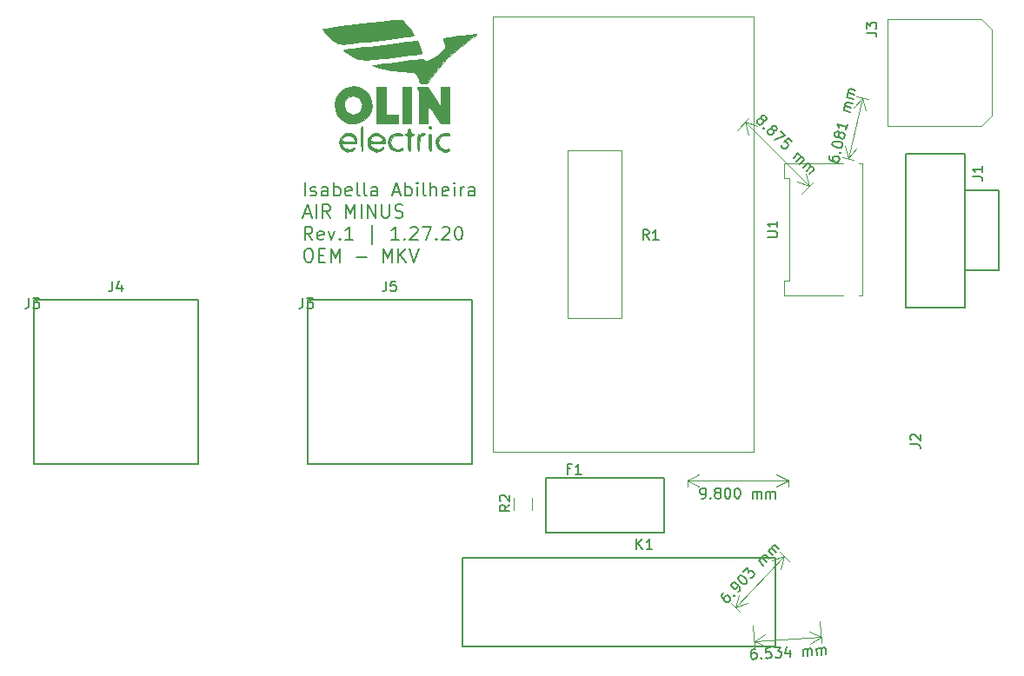
<source format=gto>
G04 #@! TF.GenerationSoftware,KiCad,Pcbnew,(5.1.4-0-10_14)*
G04 #@! TF.CreationDate,2020-02-02T19:29:52-05:00*
G04 #@! TF.ProjectId,AIR_MINUS,4149525f-4d49-44e5-9553-2e6b69636164,rev?*
G04 #@! TF.SameCoordinates,Original*
G04 #@! TF.FileFunction,Legend,Top*
G04 #@! TF.FilePolarity,Positive*
%FSLAX46Y46*%
G04 Gerber Fmt 4.6, Leading zero omitted, Abs format (unit mm)*
G04 Created by KiCad (PCBNEW (5.1.4-0-10_14)) date 2020-02-02 19:29:52*
%MOMM*%
%LPD*%
G04 APERTURE LIST*
%ADD10C,0.150000*%
%ADD11C,0.120000*%
%ADD12C,0.200000*%
%ADD13C,0.010000*%
G04 APERTURE END LIST*
D10*
X124116005Y-167878747D02*
X123984106Y-168016165D01*
X123952511Y-168117849D01*
X123953891Y-168185178D01*
X123991005Y-168352812D01*
X124095448Y-168519066D01*
X124370284Y-168782864D01*
X124471968Y-168814459D01*
X124539297Y-168813080D01*
X124639602Y-168777345D01*
X124771501Y-168639927D01*
X124803096Y-168538243D01*
X124801716Y-168470914D01*
X124765982Y-168370610D01*
X124594210Y-168205736D01*
X124492526Y-168174141D01*
X124425196Y-168175520D01*
X124324892Y-168211254D01*
X124192993Y-168348673D01*
X124161398Y-168450356D01*
X124162777Y-168517686D01*
X124198512Y-168617990D01*
X125131465Y-168127369D02*
X125198794Y-168125989D01*
X125200174Y-168193318D01*
X125132845Y-168194698D01*
X125131465Y-168127369D01*
X125200174Y-168193318D01*
X125562897Y-167815418D02*
X125694796Y-167678000D01*
X125726392Y-167576316D01*
X125725012Y-167508987D01*
X125687898Y-167341353D01*
X125583455Y-167175100D01*
X125308618Y-166911301D01*
X125206934Y-166879706D01*
X125139605Y-166881086D01*
X125039301Y-166916820D01*
X124907401Y-167054238D01*
X124875806Y-167155922D01*
X124877186Y-167223251D01*
X124912920Y-167323555D01*
X125084693Y-167488430D01*
X125186377Y-167520025D01*
X125253706Y-167518645D01*
X125354010Y-167482911D01*
X125485910Y-167345493D01*
X125517505Y-167243809D01*
X125516125Y-167176479D01*
X125480391Y-167076175D01*
X125599873Y-166332793D02*
X125665823Y-166264084D01*
X125766127Y-166228349D01*
X125833456Y-166226970D01*
X125935140Y-166258565D01*
X126105533Y-166356110D01*
X126277306Y-166520984D01*
X126381749Y-166687238D01*
X126417483Y-166787542D01*
X126418863Y-166854871D01*
X126387268Y-166956555D01*
X126321318Y-167025264D01*
X126221014Y-167060998D01*
X126153685Y-167062378D01*
X126052001Y-167030783D01*
X125881608Y-166933238D01*
X125709835Y-166768364D01*
X125605392Y-166602110D01*
X125569658Y-166501806D01*
X125568278Y-166434477D01*
X125599873Y-166332793D01*
X126061521Y-165851829D02*
X126490194Y-165405220D01*
X126534206Y-165909501D01*
X126633130Y-165806437D01*
X126733435Y-165770703D01*
X126800764Y-165769323D01*
X126902448Y-165800918D01*
X127074221Y-165965792D01*
X127109955Y-166066097D01*
X127111335Y-166133426D01*
X127079739Y-166235110D01*
X126881890Y-166441237D01*
X126781586Y-166476971D01*
X126714257Y-166478351D01*
X128036010Y-165238828D02*
X127555046Y-164777181D01*
X127623755Y-164843130D02*
X127622375Y-164775801D01*
X127653971Y-164674117D01*
X127752895Y-164571054D01*
X127853199Y-164535319D01*
X127954883Y-164566914D01*
X128332783Y-164929638D01*
X127954883Y-164566914D02*
X127919149Y-164466610D01*
X127950744Y-164364926D01*
X128049669Y-164261863D01*
X128149973Y-164226128D01*
X128251657Y-164257724D01*
X128629557Y-164620447D01*
X128959305Y-164276901D02*
X128478341Y-163815254D01*
X128547051Y-163881203D02*
X128545671Y-163813874D01*
X128577266Y-163712190D01*
X128676190Y-163609127D01*
X128776495Y-163573392D01*
X128878179Y-163604987D01*
X129256078Y-163967711D01*
X128878179Y-163604987D02*
X128842444Y-163504683D01*
X128874039Y-163402999D01*
X128972964Y-163299936D01*
X129073268Y-163264202D01*
X129174952Y-163295797D01*
X129552852Y-163658520D01*
D11*
X130026632Y-164345643D02*
X125246632Y-169325643D01*
X130500000Y-164800000D02*
X129603562Y-163939563D01*
X125720000Y-169780000D02*
X124823562Y-168919563D01*
X125246632Y-169325643D02*
X125603633Y-168106853D01*
X125246632Y-169325643D02*
X126449774Y-168919012D01*
X130026632Y-164345643D02*
X128823490Y-164752274D01*
X130026632Y-164345643D02*
X129669631Y-165564433D01*
D10*
X121950412Y-158711023D02*
X122140888Y-158710828D01*
X122236078Y-158663112D01*
X122283648Y-158615444D01*
X122378741Y-158472490D01*
X122426165Y-158281965D01*
X122425777Y-157901013D01*
X122378060Y-157805824D01*
X122330393Y-157758253D01*
X122235106Y-157710732D01*
X122044630Y-157710926D01*
X121949441Y-157758642D01*
X121901870Y-157806310D01*
X121854348Y-157901596D01*
X121854591Y-158139691D01*
X121902307Y-158234881D01*
X121949975Y-158282451D01*
X122045262Y-158329973D01*
X122235738Y-158329779D01*
X122330927Y-158282063D01*
X122378498Y-158234395D01*
X122426020Y-158139108D01*
X122855077Y-158614861D02*
X122902744Y-158662432D01*
X122855174Y-158710099D01*
X122807506Y-158662529D01*
X122855077Y-158614861D01*
X122855174Y-158710099D01*
X123473638Y-158138039D02*
X123378351Y-158090518D01*
X123330684Y-158042947D01*
X123282968Y-157947758D01*
X123282919Y-157900139D01*
X123330441Y-157804852D01*
X123378011Y-157757184D01*
X123473201Y-157709468D01*
X123663677Y-157709274D01*
X123758963Y-157756796D01*
X123806631Y-157804366D01*
X123854347Y-157899556D01*
X123854396Y-157947175D01*
X123806874Y-158042461D01*
X123759304Y-158090129D01*
X123664114Y-158137845D01*
X123473638Y-158138039D01*
X123378449Y-158185756D01*
X123330878Y-158233423D01*
X123283356Y-158328710D01*
X123283551Y-158519186D01*
X123331267Y-158614375D01*
X123378934Y-158661946D01*
X123474221Y-158709468D01*
X123664697Y-158709273D01*
X123759887Y-158661557D01*
X123807457Y-158613889D01*
X123854979Y-158518603D01*
X123854785Y-158328127D01*
X123807068Y-158232937D01*
X123759401Y-158185367D01*
X123664114Y-158137845D01*
X124473200Y-157708448D02*
X124568438Y-157708351D01*
X124663725Y-157755872D01*
X124711392Y-157803443D01*
X124759109Y-157898632D01*
X124806922Y-158089060D01*
X124807165Y-158327155D01*
X124759740Y-158517680D01*
X124712219Y-158612966D01*
X124664648Y-158660634D01*
X124569459Y-158708350D01*
X124474221Y-158708447D01*
X124378934Y-158660925D01*
X124331266Y-158613355D01*
X124283550Y-158518165D01*
X124235737Y-158327738D01*
X124235494Y-158089643D01*
X124282918Y-157899118D01*
X124330440Y-157803832D01*
X124378011Y-157756164D01*
X124473200Y-157708448D01*
X125425581Y-157707476D02*
X125520819Y-157707379D01*
X125616105Y-157754901D01*
X125663773Y-157802471D01*
X125711489Y-157897660D01*
X125759303Y-158088088D01*
X125759546Y-158326183D01*
X125712121Y-158516708D01*
X125664599Y-158611994D01*
X125617029Y-158659662D01*
X125521839Y-158707378D01*
X125426601Y-158707475D01*
X125331314Y-158659954D01*
X125283647Y-158612383D01*
X125235931Y-158517194D01*
X125188117Y-158326766D01*
X125187874Y-158088671D01*
X125235299Y-157898146D01*
X125282821Y-157802860D01*
X125330391Y-157755192D01*
X125425581Y-157707476D01*
X126950410Y-158705920D02*
X126949730Y-158039254D01*
X126949827Y-158134492D02*
X126997397Y-158086825D01*
X127092587Y-158039108D01*
X127235444Y-158038963D01*
X127330730Y-158086484D01*
X127378447Y-158181674D01*
X127378981Y-158705483D01*
X127378447Y-158181674D02*
X127425968Y-158086387D01*
X127521158Y-158038671D01*
X127664015Y-158038525D01*
X127759302Y-158086047D01*
X127807018Y-158181237D01*
X127807552Y-158705046D01*
X128283742Y-158704560D02*
X128283062Y-158037894D01*
X128283159Y-158133132D02*
X128330730Y-158085464D01*
X128425919Y-158037748D01*
X128568776Y-158037602D01*
X128664063Y-158085124D01*
X128711779Y-158180313D01*
X128712314Y-158704123D01*
X128711779Y-158180313D02*
X128759301Y-158085027D01*
X128854490Y-158037311D01*
X128997348Y-158037165D01*
X129092634Y-158084687D01*
X129140350Y-158179876D01*
X129140885Y-158703685D01*
D11*
X120620082Y-156989999D02*
X130420082Y-156979999D01*
X120620000Y-156910000D02*
X120620680Y-157576419D01*
X130420000Y-156900000D02*
X130420680Y-157566419D01*
X130420082Y-156979999D02*
X129294177Y-157567569D01*
X130420082Y-156979999D02*
X129292980Y-156394728D01*
X120620082Y-156989999D02*
X121747184Y-157575270D01*
X120620082Y-156989999D02*
X121745987Y-156402429D01*
D10*
X134452596Y-125318197D02*
X134409057Y-125503630D01*
X134433646Y-125607232D01*
X134469119Y-125664475D01*
X134586425Y-125789846D01*
X134760973Y-125879744D01*
X135131840Y-125966822D01*
X135235441Y-125942234D01*
X135292685Y-125906760D01*
X135360812Y-125824928D01*
X135404352Y-125639495D01*
X135379763Y-125535893D01*
X135344289Y-125478650D01*
X135262458Y-125410522D01*
X135030666Y-125356098D01*
X134927065Y-125380687D01*
X134869821Y-125416160D01*
X134801693Y-125497992D01*
X134758154Y-125683426D01*
X134782743Y-125787027D01*
X134818216Y-125844270D01*
X134900048Y-125912398D01*
X135453138Y-125015067D02*
X135510381Y-124979593D01*
X135545854Y-125036837D01*
X135488611Y-125072310D01*
X135453138Y-125015067D01*
X135545854Y-125036837D01*
X134724717Y-124159239D02*
X134746486Y-124066522D01*
X134814614Y-123984690D01*
X134871857Y-123949217D01*
X134975459Y-123924628D01*
X135171777Y-123921809D01*
X135403569Y-123976233D01*
X135578117Y-124066131D01*
X135659949Y-124134259D01*
X135695423Y-124191502D01*
X135720011Y-124295103D01*
X135698242Y-124387820D01*
X135630114Y-124469652D01*
X135572871Y-124505125D01*
X135469269Y-124529714D01*
X135272951Y-124532533D01*
X135041159Y-124478109D01*
X134866611Y-124388212D01*
X134784779Y-124320084D01*
X134749305Y-124262840D01*
X134724717Y-124159239D01*
X135348753Y-123376394D02*
X135280625Y-123458226D01*
X135223382Y-123493699D01*
X135119780Y-123518288D01*
X135073422Y-123507403D01*
X134991590Y-123439275D01*
X134956117Y-123382032D01*
X134931528Y-123278431D01*
X134975067Y-123092997D01*
X135043195Y-123011166D01*
X135100438Y-122975692D01*
X135204040Y-122951103D01*
X135250398Y-122961988D01*
X135332230Y-123030116D01*
X135367704Y-123087359D01*
X135392292Y-123190961D01*
X135348753Y-123376394D01*
X135373342Y-123479995D01*
X135408815Y-123537239D01*
X135490647Y-123605367D01*
X135676080Y-123648906D01*
X135779682Y-123624317D01*
X135836925Y-123588844D01*
X135905053Y-123507012D01*
X135948592Y-123321578D01*
X135924004Y-123217977D01*
X135888530Y-123160734D01*
X135806698Y-123092606D01*
X135621265Y-123049067D01*
X135517663Y-123073655D01*
X135460420Y-123109129D01*
X135392292Y-123190961D01*
X136209828Y-122208979D02*
X136079210Y-122765278D01*
X136144519Y-122487129D02*
X135170994Y-122258548D01*
X135288299Y-122383919D01*
X135359246Y-122498405D01*
X135383835Y-122602006D01*
X136481948Y-121050020D02*
X135832931Y-120897633D01*
X135925648Y-120919403D02*
X135890174Y-120862159D01*
X135865586Y-120758558D01*
X135898240Y-120619483D01*
X135966368Y-120537651D01*
X136069970Y-120513062D01*
X136579911Y-120632795D01*
X136069970Y-120513062D02*
X135988138Y-120444935D01*
X135963549Y-120341333D01*
X135996203Y-120202258D01*
X136064331Y-120120426D01*
X136167933Y-120095838D01*
X136677875Y-120215570D01*
X136786723Y-119751987D02*
X136137706Y-119599600D01*
X136230423Y-119621369D02*
X136194949Y-119564126D01*
X136170360Y-119460525D01*
X136203015Y-119321450D01*
X136271143Y-119239618D01*
X136374744Y-119215029D01*
X136884686Y-119334762D01*
X136374744Y-119215029D02*
X136292912Y-119146901D01*
X136268324Y-119043300D01*
X136300978Y-118904225D01*
X136369106Y-118822393D01*
X136472708Y-118797804D01*
X136982649Y-118917537D01*
D11*
X137646377Y-119667663D02*
X136256377Y-125587663D01*
X138210000Y-119800000D02*
X137075482Y-119533618D01*
X136820000Y-125720000D02*
X135685482Y-125453618D01*
X136256377Y-125587663D02*
X135942979Y-124356939D01*
X136256377Y-125587663D02*
X137084770Y-124625028D01*
X137646377Y-119667663D02*
X136817984Y-120630298D01*
X137646377Y-119667663D02*
X137959775Y-120898387D01*
D10*
X127835555Y-121717439D02*
X127800839Y-121616778D01*
X127800141Y-121549438D01*
X127832765Y-121448080D01*
X127866086Y-121414061D01*
X127966747Y-121379345D01*
X128034087Y-121378647D01*
X128135446Y-121411271D01*
X128271520Y-121544555D01*
X128306237Y-121645216D01*
X128306934Y-121712556D01*
X128274311Y-121813915D01*
X128240989Y-121847934D01*
X128140328Y-121882650D01*
X128072989Y-121883347D01*
X127971630Y-121850724D01*
X127835555Y-121717439D01*
X127734196Y-121684815D01*
X127666857Y-121685513D01*
X127566195Y-121720229D01*
X127432911Y-121856304D01*
X127400287Y-121957663D01*
X127400985Y-122025003D01*
X127435701Y-122125664D01*
X127571776Y-122258948D01*
X127673134Y-122291572D01*
X127740474Y-122290874D01*
X127841135Y-122256158D01*
X127974420Y-122120083D01*
X128007044Y-122018725D01*
X128006346Y-121951385D01*
X127971630Y-121850724D01*
X128080662Y-122624086D02*
X128081359Y-122691426D01*
X128014019Y-122692124D01*
X128013322Y-122624784D01*
X128080662Y-122624086D01*
X128014019Y-122692124D01*
X128856117Y-122717074D02*
X128821400Y-122616413D01*
X128820703Y-122549073D01*
X128853326Y-122447715D01*
X128886648Y-122413696D01*
X128987309Y-122378980D01*
X129054649Y-122378282D01*
X129156007Y-122410906D01*
X129292082Y-122544191D01*
X129326798Y-122644852D01*
X129327496Y-122712191D01*
X129294872Y-122813550D01*
X129261551Y-122847569D01*
X129160890Y-122882285D01*
X129093550Y-122882983D01*
X128992191Y-122850359D01*
X128856117Y-122717074D01*
X128754758Y-122684451D01*
X128687418Y-122685148D01*
X128586757Y-122719864D01*
X128453472Y-122855939D01*
X128420849Y-122957298D01*
X128421546Y-123024638D01*
X128456263Y-123125299D01*
X128592337Y-123258584D01*
X128693696Y-123291207D01*
X128761036Y-123290510D01*
X128861697Y-123255793D01*
X128994982Y-123119719D01*
X129027605Y-123018360D01*
X129026908Y-122951020D01*
X128992191Y-122850359D01*
X129666288Y-122910723D02*
X130142550Y-123377220D01*
X129136637Y-123791722D01*
X130754887Y-123977001D02*
X130414700Y-123643789D01*
X130047469Y-123950655D01*
X130114809Y-123949958D01*
X130216168Y-123982581D01*
X130386261Y-124149187D01*
X130420978Y-124249848D01*
X130421675Y-124317188D01*
X130389052Y-124418547D01*
X130222446Y-124588640D01*
X130121785Y-124623357D01*
X130054445Y-124624054D01*
X129953086Y-124591430D01*
X129782992Y-124424825D01*
X129748276Y-124324164D01*
X129747579Y-124256824D01*
X130939629Y-125557745D02*
X131406125Y-125081482D01*
X131339483Y-125149520D02*
X131406823Y-125148822D01*
X131508181Y-125181446D01*
X131610238Y-125281409D01*
X131644954Y-125382071D01*
X131612330Y-125483429D01*
X131245797Y-125857635D01*
X131612330Y-125483429D02*
X131712991Y-125448713D01*
X131814350Y-125481337D01*
X131916406Y-125581300D01*
X131951122Y-125681961D01*
X131918499Y-125783320D01*
X131551966Y-126157526D01*
X131892153Y-126490737D02*
X132358649Y-126014475D01*
X132292007Y-126082513D02*
X132359347Y-126081815D01*
X132460706Y-126114439D01*
X132562762Y-126214402D01*
X132597478Y-126315063D01*
X132564854Y-126416422D01*
X132198321Y-126790628D01*
X132564854Y-126416422D02*
X132665515Y-126381706D01*
X132766874Y-126414329D01*
X132868930Y-126514293D01*
X132903646Y-126614954D01*
X132871023Y-126716313D01*
X132504490Y-127090518D01*
D11*
X132516943Y-128247211D02*
X126176943Y-122037211D01*
X131760000Y-129020000D02*
X132927288Y-127828276D01*
X125420000Y-122810000D02*
X126587288Y-121618276D01*
X126176943Y-122037211D02*
X127392054Y-122406541D01*
X126176943Y-122037211D02*
X126571365Y-123244411D01*
X132516943Y-128247211D02*
X132122521Y-127040011D01*
X132516943Y-128247211D02*
X131301832Y-127877881D01*
D10*
X127233458Y-173352305D02*
X127043376Y-173364549D01*
X126951396Y-173418192D01*
X126906937Y-173468774D01*
X126821079Y-173617458D01*
X126785803Y-173810601D01*
X126810292Y-174190765D01*
X126863935Y-174282745D01*
X126914517Y-174327205D01*
X127012619Y-174368603D01*
X127202701Y-174356358D01*
X127294681Y-174302716D01*
X127339140Y-174252134D01*
X127380539Y-174154032D01*
X127365233Y-173916429D01*
X127311590Y-173824449D01*
X127261008Y-173779989D01*
X127162906Y-173738591D01*
X126972824Y-173750836D01*
X126880844Y-173804479D01*
X126836385Y-173855060D01*
X126794986Y-173953163D01*
X127814346Y-174221523D02*
X127864928Y-174265982D01*
X127820468Y-174316564D01*
X127769887Y-174272104D01*
X127814346Y-174221523D01*
X127820468Y-174316564D01*
X128706595Y-173257409D02*
X128231390Y-173288021D01*
X128214481Y-173766287D01*
X128258940Y-173715706D01*
X128350920Y-173662063D01*
X128588523Y-173646757D01*
X128686625Y-173688155D01*
X128737207Y-173732615D01*
X128790850Y-173824595D01*
X128806155Y-174062197D01*
X128764757Y-174160300D01*
X128720298Y-174210881D01*
X128628318Y-174264524D01*
X128390715Y-174279830D01*
X128292613Y-174238432D01*
X128242031Y-174193972D01*
X129086760Y-173232920D02*
X129704527Y-173193125D01*
X129396372Y-173594718D01*
X129538934Y-173585534D01*
X129637036Y-173626932D01*
X129687618Y-173671392D01*
X129741261Y-173763372D01*
X129756566Y-174000975D01*
X129715168Y-174099077D01*
X129670709Y-174149659D01*
X129578729Y-174203301D01*
X129293605Y-174221668D01*
X129195503Y-174180270D01*
X129144922Y-174135811D01*
X130581325Y-173470669D02*
X130624181Y-174135956D01*
X130319233Y-173105810D02*
X130127547Y-173833924D01*
X130745315Y-173794129D01*
X131907236Y-174053306D02*
X131864380Y-173388018D01*
X131870502Y-173483059D02*
X131914962Y-173432477D01*
X132006942Y-173378834D01*
X132149503Y-173369651D01*
X132247606Y-173411049D01*
X132301248Y-173503029D01*
X132334921Y-174025755D01*
X132301248Y-173503029D02*
X132342647Y-173404927D01*
X132434627Y-173351284D01*
X132577188Y-173342101D01*
X132675291Y-173383499D01*
X132728933Y-173475479D01*
X132762606Y-173998205D01*
X133237812Y-173967594D02*
X133194956Y-173302306D01*
X133201078Y-173397347D02*
X133245537Y-173346765D01*
X133337517Y-173293122D01*
X133480079Y-173283939D01*
X133578181Y-173325337D01*
X133631824Y-173417317D01*
X133665496Y-173940043D01*
X133631824Y-173417317D02*
X133673222Y-173319215D01*
X133765202Y-173265572D01*
X133907764Y-173256389D01*
X134005866Y-173297787D01*
X134059509Y-173389767D01*
X134093181Y-173912493D01*
D11*
X127110898Y-172636322D02*
X133630898Y-172216322D01*
X127010000Y-171070000D02*
X127148595Y-173221529D01*
X133530000Y-170650000D02*
X133668595Y-172801529D01*
X133630898Y-172216322D02*
X132544422Y-172873946D01*
X133630898Y-172216322D02*
X132469027Y-171703530D01*
X127110898Y-172636322D02*
X128272769Y-173149114D01*
X127110898Y-172636322D02*
X128197374Y-171978698D01*
D12*
X83349523Y-129223095D02*
X83349523Y-127923095D01*
X83906666Y-129161190D02*
X84030476Y-129223095D01*
X84278095Y-129223095D01*
X84401904Y-129161190D01*
X84463809Y-129037380D01*
X84463809Y-128975476D01*
X84401904Y-128851666D01*
X84278095Y-128789761D01*
X84092380Y-128789761D01*
X83968571Y-128727857D01*
X83906666Y-128604047D01*
X83906666Y-128542142D01*
X83968571Y-128418333D01*
X84092380Y-128356428D01*
X84278095Y-128356428D01*
X84401904Y-128418333D01*
X85578095Y-129223095D02*
X85578095Y-128542142D01*
X85516190Y-128418333D01*
X85392380Y-128356428D01*
X85144761Y-128356428D01*
X85020952Y-128418333D01*
X85578095Y-129161190D02*
X85454285Y-129223095D01*
X85144761Y-129223095D01*
X85020952Y-129161190D01*
X84959047Y-129037380D01*
X84959047Y-128913571D01*
X85020952Y-128789761D01*
X85144761Y-128727857D01*
X85454285Y-128727857D01*
X85578095Y-128665952D01*
X86197142Y-129223095D02*
X86197142Y-127923095D01*
X86197142Y-128418333D02*
X86320952Y-128356428D01*
X86568571Y-128356428D01*
X86692380Y-128418333D01*
X86754285Y-128480238D01*
X86816190Y-128604047D01*
X86816190Y-128975476D01*
X86754285Y-129099285D01*
X86692380Y-129161190D01*
X86568571Y-129223095D01*
X86320952Y-129223095D01*
X86197142Y-129161190D01*
X87868571Y-129161190D02*
X87744761Y-129223095D01*
X87497142Y-129223095D01*
X87373333Y-129161190D01*
X87311428Y-129037380D01*
X87311428Y-128542142D01*
X87373333Y-128418333D01*
X87497142Y-128356428D01*
X87744761Y-128356428D01*
X87868571Y-128418333D01*
X87930476Y-128542142D01*
X87930476Y-128665952D01*
X87311428Y-128789761D01*
X88673333Y-129223095D02*
X88549523Y-129161190D01*
X88487619Y-129037380D01*
X88487619Y-127923095D01*
X89354285Y-129223095D02*
X89230476Y-129161190D01*
X89168571Y-129037380D01*
X89168571Y-127923095D01*
X90406666Y-129223095D02*
X90406666Y-128542142D01*
X90344761Y-128418333D01*
X90220952Y-128356428D01*
X89973333Y-128356428D01*
X89849523Y-128418333D01*
X90406666Y-129161190D02*
X90282857Y-129223095D01*
X89973333Y-129223095D01*
X89849523Y-129161190D01*
X89787619Y-129037380D01*
X89787619Y-128913571D01*
X89849523Y-128789761D01*
X89973333Y-128727857D01*
X90282857Y-128727857D01*
X90406666Y-128665952D01*
X91954285Y-128851666D02*
X92573333Y-128851666D01*
X91830476Y-129223095D02*
X92263809Y-127923095D01*
X92697142Y-129223095D01*
X93130476Y-129223095D02*
X93130476Y-127923095D01*
X93130476Y-128418333D02*
X93254285Y-128356428D01*
X93501904Y-128356428D01*
X93625714Y-128418333D01*
X93687619Y-128480238D01*
X93749523Y-128604047D01*
X93749523Y-128975476D01*
X93687619Y-129099285D01*
X93625714Y-129161190D01*
X93501904Y-129223095D01*
X93254285Y-129223095D01*
X93130476Y-129161190D01*
X94306666Y-129223095D02*
X94306666Y-128356428D01*
X94306666Y-127923095D02*
X94244761Y-127985000D01*
X94306666Y-128046904D01*
X94368571Y-127985000D01*
X94306666Y-127923095D01*
X94306666Y-128046904D01*
X95111428Y-129223095D02*
X94987619Y-129161190D01*
X94925714Y-129037380D01*
X94925714Y-127923095D01*
X95606666Y-129223095D02*
X95606666Y-127923095D01*
X96163809Y-129223095D02*
X96163809Y-128542142D01*
X96101904Y-128418333D01*
X95978095Y-128356428D01*
X95792380Y-128356428D01*
X95668571Y-128418333D01*
X95606666Y-128480238D01*
X97278095Y-129161190D02*
X97154285Y-129223095D01*
X96906666Y-129223095D01*
X96782857Y-129161190D01*
X96720952Y-129037380D01*
X96720952Y-128542142D01*
X96782857Y-128418333D01*
X96906666Y-128356428D01*
X97154285Y-128356428D01*
X97278095Y-128418333D01*
X97340000Y-128542142D01*
X97340000Y-128665952D01*
X96720952Y-128789761D01*
X97897142Y-129223095D02*
X97897142Y-128356428D01*
X97897142Y-127923095D02*
X97835238Y-127985000D01*
X97897142Y-128046904D01*
X97959047Y-127985000D01*
X97897142Y-127923095D01*
X97897142Y-128046904D01*
X98516190Y-129223095D02*
X98516190Y-128356428D01*
X98516190Y-128604047D02*
X98578095Y-128480238D01*
X98640000Y-128418333D01*
X98763809Y-128356428D01*
X98887619Y-128356428D01*
X99878095Y-129223095D02*
X99878095Y-128542142D01*
X99816190Y-128418333D01*
X99692380Y-128356428D01*
X99444761Y-128356428D01*
X99320952Y-128418333D01*
X99878095Y-129161190D02*
X99754285Y-129223095D01*
X99444761Y-129223095D01*
X99320952Y-129161190D01*
X99259047Y-129037380D01*
X99259047Y-128913571D01*
X99320952Y-128789761D01*
X99444761Y-128727857D01*
X99754285Y-128727857D01*
X99878095Y-128665952D01*
X83287619Y-131001666D02*
X83906666Y-131001666D01*
X83163809Y-131373095D02*
X83597142Y-130073095D01*
X84030476Y-131373095D01*
X84463809Y-131373095D02*
X84463809Y-130073095D01*
X85825714Y-131373095D02*
X85392380Y-130754047D01*
X85082857Y-131373095D02*
X85082857Y-130073095D01*
X85578095Y-130073095D01*
X85701904Y-130135000D01*
X85763809Y-130196904D01*
X85825714Y-130320714D01*
X85825714Y-130506428D01*
X85763809Y-130630238D01*
X85701904Y-130692142D01*
X85578095Y-130754047D01*
X85082857Y-130754047D01*
X87373333Y-131373095D02*
X87373333Y-130073095D01*
X87806666Y-131001666D01*
X88240000Y-130073095D01*
X88240000Y-131373095D01*
X88859047Y-131373095D02*
X88859047Y-130073095D01*
X89478095Y-131373095D02*
X89478095Y-130073095D01*
X90220952Y-131373095D01*
X90220952Y-130073095D01*
X90840000Y-130073095D02*
X90840000Y-131125476D01*
X90901904Y-131249285D01*
X90963809Y-131311190D01*
X91087619Y-131373095D01*
X91335238Y-131373095D01*
X91459047Y-131311190D01*
X91520952Y-131249285D01*
X91582857Y-131125476D01*
X91582857Y-130073095D01*
X92140000Y-131311190D02*
X92325714Y-131373095D01*
X92635238Y-131373095D01*
X92759047Y-131311190D01*
X92820952Y-131249285D01*
X92882857Y-131125476D01*
X92882857Y-131001666D01*
X92820952Y-130877857D01*
X92759047Y-130815952D01*
X92635238Y-130754047D01*
X92387619Y-130692142D01*
X92263809Y-130630238D01*
X92201904Y-130568333D01*
X92140000Y-130444523D01*
X92140000Y-130320714D01*
X92201904Y-130196904D01*
X92263809Y-130135000D01*
X92387619Y-130073095D01*
X92697142Y-130073095D01*
X92882857Y-130135000D01*
X84092380Y-133523095D02*
X83659047Y-132904047D01*
X83349523Y-133523095D02*
X83349523Y-132223095D01*
X83844761Y-132223095D01*
X83968571Y-132285000D01*
X84030476Y-132346904D01*
X84092380Y-132470714D01*
X84092380Y-132656428D01*
X84030476Y-132780238D01*
X83968571Y-132842142D01*
X83844761Y-132904047D01*
X83349523Y-132904047D01*
X85144761Y-133461190D02*
X85020952Y-133523095D01*
X84773333Y-133523095D01*
X84649523Y-133461190D01*
X84587619Y-133337380D01*
X84587619Y-132842142D01*
X84649523Y-132718333D01*
X84773333Y-132656428D01*
X85020952Y-132656428D01*
X85144761Y-132718333D01*
X85206666Y-132842142D01*
X85206666Y-132965952D01*
X84587619Y-133089761D01*
X85640000Y-132656428D02*
X85949523Y-133523095D01*
X86259047Y-132656428D01*
X86754285Y-133399285D02*
X86816190Y-133461190D01*
X86754285Y-133523095D01*
X86692380Y-133461190D01*
X86754285Y-133399285D01*
X86754285Y-133523095D01*
X88054285Y-133523095D02*
X87311428Y-133523095D01*
X87682857Y-133523095D02*
X87682857Y-132223095D01*
X87559047Y-132408809D01*
X87435238Y-132532619D01*
X87311428Y-132594523D01*
X89911428Y-133956428D02*
X89911428Y-132099285D01*
X92511428Y-133523095D02*
X91768571Y-133523095D01*
X92140000Y-133523095D02*
X92140000Y-132223095D01*
X92016190Y-132408809D01*
X91892380Y-132532619D01*
X91768571Y-132594523D01*
X93068571Y-133399285D02*
X93130476Y-133461190D01*
X93068571Y-133523095D01*
X93006666Y-133461190D01*
X93068571Y-133399285D01*
X93068571Y-133523095D01*
X93625714Y-132346904D02*
X93687619Y-132285000D01*
X93811428Y-132223095D01*
X94120952Y-132223095D01*
X94244761Y-132285000D01*
X94306666Y-132346904D01*
X94368571Y-132470714D01*
X94368571Y-132594523D01*
X94306666Y-132780238D01*
X93563809Y-133523095D01*
X94368571Y-133523095D01*
X94801904Y-132223095D02*
X95668571Y-132223095D01*
X95111428Y-133523095D01*
X96163809Y-133399285D02*
X96225714Y-133461190D01*
X96163809Y-133523095D01*
X96101904Y-133461190D01*
X96163809Y-133399285D01*
X96163809Y-133523095D01*
X96720952Y-132346904D02*
X96782857Y-132285000D01*
X96906666Y-132223095D01*
X97216190Y-132223095D01*
X97340000Y-132285000D01*
X97401904Y-132346904D01*
X97463809Y-132470714D01*
X97463809Y-132594523D01*
X97401904Y-132780238D01*
X96659047Y-133523095D01*
X97463809Y-133523095D01*
X98268571Y-132223095D02*
X98392380Y-132223095D01*
X98516190Y-132285000D01*
X98578095Y-132346904D01*
X98640000Y-132470714D01*
X98701904Y-132718333D01*
X98701904Y-133027857D01*
X98640000Y-133275476D01*
X98578095Y-133399285D01*
X98516190Y-133461190D01*
X98392380Y-133523095D01*
X98268571Y-133523095D01*
X98144761Y-133461190D01*
X98082857Y-133399285D01*
X98020952Y-133275476D01*
X97959047Y-133027857D01*
X97959047Y-132718333D01*
X98020952Y-132470714D01*
X98082857Y-132346904D01*
X98144761Y-132285000D01*
X98268571Y-132223095D01*
X83597142Y-134373095D02*
X83844761Y-134373095D01*
X83968571Y-134435000D01*
X84092380Y-134558809D01*
X84154285Y-134806428D01*
X84154285Y-135239761D01*
X84092380Y-135487380D01*
X83968571Y-135611190D01*
X83844761Y-135673095D01*
X83597142Y-135673095D01*
X83473333Y-135611190D01*
X83349523Y-135487380D01*
X83287619Y-135239761D01*
X83287619Y-134806428D01*
X83349523Y-134558809D01*
X83473333Y-134435000D01*
X83597142Y-134373095D01*
X84711428Y-134992142D02*
X85144761Y-134992142D01*
X85330476Y-135673095D02*
X84711428Y-135673095D01*
X84711428Y-134373095D01*
X85330476Y-134373095D01*
X85887619Y-135673095D02*
X85887619Y-134373095D01*
X86320952Y-135301666D01*
X86754285Y-134373095D01*
X86754285Y-135673095D01*
X88363809Y-135177857D02*
X89354285Y-135177857D01*
X90963809Y-135673095D02*
X90963809Y-134373095D01*
X91397142Y-135301666D01*
X91830476Y-134373095D01*
X91830476Y-135673095D01*
X92449523Y-135673095D02*
X92449523Y-134373095D01*
X93192380Y-135673095D02*
X92635238Y-134930238D01*
X93192380Y-134373095D02*
X92449523Y-135115952D01*
X93563809Y-134373095D02*
X93997142Y-135673095D01*
X94430476Y-134373095D01*
D11*
X127070000Y-154172000D02*
X101670000Y-154172000D01*
X127070000Y-111772000D02*
X101670000Y-111772000D01*
X127070000Y-154172000D02*
X127070000Y-111772000D01*
X114170000Y-141102000D02*
X114170000Y-124802000D01*
X108970000Y-124802000D02*
X114170000Y-124802000D01*
X108970000Y-141102000D02*
X114170000Y-141102000D01*
X101670000Y-154172000D02*
X101670000Y-111772000D01*
X108970000Y-141102000D02*
X108970000Y-124802000D01*
D10*
X83610000Y-155360000D02*
X83610000Y-139360000D01*
X99610000Y-155360000D02*
X83610000Y-155360000D01*
X99610000Y-139360000D02*
X99610000Y-155360000D01*
X83610000Y-139360000D02*
X99610000Y-139360000D01*
X56950000Y-155360000D02*
X56950000Y-139360000D01*
X72950000Y-155360000D02*
X56950000Y-155360000D01*
X72950000Y-139360000D02*
X72950000Y-155360000D01*
X56950000Y-139360000D02*
X72950000Y-139360000D01*
D13*
G36*
X87652732Y-123102934D02*
G01*
X87998509Y-123217067D01*
X88251809Y-123436087D01*
X88381164Y-123728444D01*
X88391333Y-123843388D01*
X88391333Y-124092667D01*
X87671667Y-124092667D01*
X87275570Y-124104317D01*
X87036076Y-124145379D01*
X86941671Y-124225013D01*
X86980839Y-124352384D01*
X87129452Y-124524119D01*
X87361004Y-124645888D01*
X87677081Y-124666331D01*
X88024942Y-124583276D01*
X88073833Y-124562977D01*
X88195144Y-124548126D01*
X88222000Y-124629962D01*
X88143320Y-124744792D01*
X87930893Y-124842556D01*
X87904500Y-124850215D01*
X87644374Y-124916132D01*
X87473496Y-124926217D01*
X87318876Y-124873136D01*
X87147903Y-124774214D01*
X86869655Y-124546892D01*
X86729512Y-124266159D01*
X86698000Y-123962766D01*
X86725684Y-123767122D01*
X86952000Y-123767122D01*
X86970661Y-123847363D01*
X87049661Y-123894469D01*
X87223525Y-123916935D01*
X87526776Y-123923253D01*
X87587000Y-123923333D01*
X87890550Y-123918637D01*
X88115090Y-123906214D01*
X88219233Y-123888565D01*
X88222000Y-123884984D01*
X88190619Y-123788183D01*
X88122818Y-123628954D01*
X87961471Y-123438076D01*
X87725515Y-123339274D01*
X87460777Y-123327139D01*
X87213083Y-123396264D01*
X87028261Y-123541241D01*
X86952136Y-123756661D01*
X86952000Y-123767122D01*
X86725684Y-123767122D01*
X86732075Y-123721962D01*
X86856793Y-123506735D01*
X86996697Y-123353702D01*
X87193031Y-123174198D01*
X87351944Y-123095671D01*
X87546032Y-123090371D01*
X87652732Y-123102934D01*
X87652732Y-123102934D01*
G37*
X87652732Y-123102934D02*
X87998509Y-123217067D01*
X88251809Y-123436087D01*
X88381164Y-123728444D01*
X88391333Y-123843388D01*
X88391333Y-124092667D01*
X87671667Y-124092667D01*
X87275570Y-124104317D01*
X87036076Y-124145379D01*
X86941671Y-124225013D01*
X86980839Y-124352384D01*
X87129452Y-124524119D01*
X87361004Y-124645888D01*
X87677081Y-124666331D01*
X88024942Y-124583276D01*
X88073833Y-124562977D01*
X88195144Y-124548126D01*
X88222000Y-124629962D01*
X88143320Y-124744792D01*
X87930893Y-124842556D01*
X87904500Y-124850215D01*
X87644374Y-124916132D01*
X87473496Y-124926217D01*
X87318876Y-124873136D01*
X87147903Y-124774214D01*
X86869655Y-124546892D01*
X86729512Y-124266159D01*
X86698000Y-123962766D01*
X86725684Y-123767122D01*
X86952000Y-123767122D01*
X86970661Y-123847363D01*
X87049661Y-123894469D01*
X87223525Y-123916935D01*
X87526776Y-123923253D01*
X87587000Y-123923333D01*
X87890550Y-123918637D01*
X88115090Y-123906214D01*
X88219233Y-123888565D01*
X88222000Y-123884984D01*
X88190619Y-123788183D01*
X88122818Y-123628954D01*
X87961471Y-123438076D01*
X87725515Y-123339274D01*
X87460777Y-123327139D01*
X87213083Y-123396264D01*
X87028261Y-123541241D01*
X86952136Y-123756661D01*
X86952000Y-123767122D01*
X86725684Y-123767122D01*
X86732075Y-123721962D01*
X86856793Y-123506735D01*
X86996697Y-123353702D01*
X87193031Y-123174198D01*
X87351944Y-123095671D01*
X87546032Y-123090371D01*
X87652732Y-123102934D01*
G36*
X90607462Y-123146188D02*
G01*
X90855339Y-123321753D01*
X91061677Y-123554749D01*
X91176224Y-123796244D01*
X91185333Y-123872533D01*
X91185333Y-124092667D01*
X90423333Y-124092667D01*
X90036814Y-124102109D01*
X89777656Y-124128977D01*
X89664716Y-124171079D01*
X89661333Y-124181182D01*
X89716402Y-124296111D01*
X89850820Y-124458840D01*
X89869151Y-124477515D01*
X90146528Y-124645031D01*
X90473349Y-124680931D01*
X90786624Y-124580221D01*
X90827828Y-124553532D01*
X90963681Y-124469174D01*
X91011162Y-124490057D01*
X91016000Y-124557852D01*
X90944132Y-124668565D01*
X90768418Y-124790142D01*
X90548691Y-124890064D01*
X90344788Y-124935810D01*
X90320219Y-124936019D01*
X90173352Y-124901827D01*
X89958977Y-124822737D01*
X89933331Y-124811774D01*
X89653364Y-124614025D01*
X89494636Y-124342379D01*
X89448448Y-124031520D01*
X89487673Y-123816948D01*
X89666495Y-123816948D01*
X89777388Y-123886950D01*
X90035088Y-123918319D01*
X90296333Y-123923333D01*
X90622512Y-123918742D01*
X90814001Y-123899308D01*
X90905325Y-123856538D01*
X90931008Y-123781937D01*
X90931333Y-123767122D01*
X90859308Y-123548172D01*
X90674125Y-123396701D01*
X90422124Y-123323314D01*
X90149643Y-123338617D01*
X89903022Y-123453217D01*
X89833965Y-123515965D01*
X89689618Y-123697043D01*
X89666495Y-123816948D01*
X89487673Y-123816948D01*
X89506103Y-123716137D01*
X89658905Y-123430916D01*
X89898155Y-123210544D01*
X90215158Y-123089708D01*
X90368300Y-123076983D01*
X90607462Y-123146188D01*
X90607462Y-123146188D01*
G37*
X90607462Y-123146188D02*
X90855339Y-123321753D01*
X91061677Y-123554749D01*
X91176224Y-123796244D01*
X91185333Y-123872533D01*
X91185333Y-124092667D01*
X90423333Y-124092667D01*
X90036814Y-124102109D01*
X89777656Y-124128977D01*
X89664716Y-124171079D01*
X89661333Y-124181182D01*
X89716402Y-124296111D01*
X89850820Y-124458840D01*
X89869151Y-124477515D01*
X90146528Y-124645031D01*
X90473349Y-124680931D01*
X90786624Y-124580221D01*
X90827828Y-124553532D01*
X90963681Y-124469174D01*
X91011162Y-124490057D01*
X91016000Y-124557852D01*
X90944132Y-124668565D01*
X90768418Y-124790142D01*
X90548691Y-124890064D01*
X90344788Y-124935810D01*
X90320219Y-124936019D01*
X90173352Y-124901827D01*
X89958977Y-124822737D01*
X89933331Y-124811774D01*
X89653364Y-124614025D01*
X89494636Y-124342379D01*
X89448448Y-124031520D01*
X89487673Y-123816948D01*
X89666495Y-123816948D01*
X89777388Y-123886950D01*
X90035088Y-123918319D01*
X90296333Y-123923333D01*
X90622512Y-123918742D01*
X90814001Y-123899308D01*
X90905325Y-123856538D01*
X90931008Y-123781937D01*
X90931333Y-123767122D01*
X90859308Y-123548172D01*
X90674125Y-123396701D01*
X90422124Y-123323314D01*
X90149643Y-123338617D01*
X89903022Y-123453217D01*
X89833965Y-123515965D01*
X89689618Y-123697043D01*
X89666495Y-123816948D01*
X89487673Y-123816948D01*
X89506103Y-123716137D01*
X89658905Y-123430916D01*
X89898155Y-123210544D01*
X90215158Y-123089708D01*
X90368300Y-123076983D01*
X90607462Y-123146188D01*
G36*
X92633472Y-123132103D02*
G01*
X92673479Y-123148880D01*
X92845686Y-123253377D01*
X92858879Y-123327815D01*
X92722226Y-123361854D01*
X92494105Y-123351187D01*
X92127473Y-123371098D01*
X91866150Y-123518694D01*
X91720713Y-123785185D01*
X91693333Y-124016613D01*
X91766231Y-124322594D01*
X91958048Y-124548038D01*
X92228470Y-124670015D01*
X92537182Y-124665593D01*
X92714899Y-124597688D01*
X92842585Y-124553852D01*
X92878589Y-124627469D01*
X92878667Y-124635024D01*
X92855694Y-124748308D01*
X92757763Y-124819119D01*
X92541352Y-124875985D01*
X92497667Y-124884744D01*
X92227011Y-124884801D01*
X91979363Y-124818688D01*
X91660043Y-124597809D01*
X91479458Y-124281645D01*
X91439333Y-123995657D01*
X91512719Y-123657558D01*
X91707255Y-123375786D01*
X91984512Y-123176707D01*
X92306061Y-123086690D01*
X92633472Y-123132103D01*
X92633472Y-123132103D01*
G37*
X92633472Y-123132103D02*
X92673479Y-123148880D01*
X92845686Y-123253377D01*
X92858879Y-123327815D01*
X92722226Y-123361854D01*
X92494105Y-123351187D01*
X92127473Y-123371098D01*
X91866150Y-123518694D01*
X91720713Y-123785185D01*
X91693333Y-124016613D01*
X91766231Y-124322594D01*
X91958048Y-124548038D01*
X92228470Y-124670015D01*
X92537182Y-124665593D01*
X92714899Y-124597688D01*
X92842585Y-124553852D01*
X92878589Y-124627469D01*
X92878667Y-124635024D01*
X92855694Y-124748308D01*
X92757763Y-124819119D01*
X92541352Y-124875985D01*
X92497667Y-124884744D01*
X92227011Y-124884801D01*
X91979363Y-124818688D01*
X91660043Y-124597809D01*
X91479458Y-124281645D01*
X91439333Y-123995657D01*
X91512719Y-123657558D01*
X91707255Y-123375786D01*
X91984512Y-123176707D01*
X92306061Y-123086690D01*
X92633472Y-123132103D01*
G36*
X97316742Y-123128058D02*
G01*
X97433504Y-123232136D01*
X97450667Y-123295275D01*
X97397515Y-123371498D01*
X97220796Y-123364969D01*
X97199781Y-123360923D01*
X96828247Y-123348926D01*
X96545546Y-123475616D01*
X96392077Y-123669829D01*
X96305752Y-123992563D01*
X96387327Y-124297873D01*
X96565467Y-124519570D01*
X96743218Y-124644975D01*
X96950118Y-124677097D01*
X97108637Y-124662655D01*
X97344526Y-124654423D01*
X97442729Y-124698818D01*
X97392003Y-124778361D01*
X97233488Y-124856762D01*
X97054672Y-124918192D01*
X96923377Y-124924497D01*
X96759001Y-124870405D01*
X96636029Y-124817674D01*
X96317918Y-124599162D01*
X96137983Y-124283509D01*
X96096000Y-123980694D01*
X96171656Y-123638059D01*
X96372617Y-123355052D01*
X96659876Y-123158919D01*
X96994422Y-123076907D01*
X97316742Y-123128058D01*
X97316742Y-123128058D01*
G37*
X97316742Y-123128058D02*
X97433504Y-123232136D01*
X97450667Y-123295275D01*
X97397515Y-123371498D01*
X97220796Y-123364969D01*
X97199781Y-123360923D01*
X96828247Y-123348926D01*
X96545546Y-123475616D01*
X96392077Y-123669829D01*
X96305752Y-123992563D01*
X96387327Y-124297873D01*
X96565467Y-124519570D01*
X96743218Y-124644975D01*
X96950118Y-124677097D01*
X97108637Y-124662655D01*
X97344526Y-124654423D01*
X97442729Y-124698818D01*
X97392003Y-124778361D01*
X97233488Y-124856762D01*
X97054672Y-124918192D01*
X96923377Y-124924497D01*
X96759001Y-124870405D01*
X96636029Y-124817674D01*
X96317918Y-124599162D01*
X96137983Y-124283509D01*
X96096000Y-123980694D01*
X96171656Y-123638059D01*
X96372617Y-123355052D01*
X96659876Y-123158919D01*
X96994422Y-123076907D01*
X97316742Y-123128058D01*
G36*
X88934240Y-122481396D02*
G01*
X88960679Y-122717491D01*
X88977606Y-123092484D01*
X88983976Y-123591235D01*
X88984000Y-123627000D01*
X88978340Y-124133154D01*
X88962058Y-124516516D01*
X88936196Y-124761951D01*
X88901800Y-124854321D01*
X88899333Y-124854667D01*
X88864426Y-124772604D01*
X88837987Y-124536508D01*
X88821061Y-124161516D01*
X88814690Y-123662764D01*
X88814667Y-123627000D01*
X88820326Y-123120846D01*
X88836608Y-122737483D01*
X88862470Y-122492048D01*
X88896867Y-122399679D01*
X88899333Y-122399333D01*
X88934240Y-122481396D01*
X88934240Y-122481396D01*
G37*
X88934240Y-122481396D02*
X88960679Y-122717491D01*
X88977606Y-123092484D01*
X88983976Y-123591235D01*
X88984000Y-123627000D01*
X88978340Y-124133154D01*
X88962058Y-124516516D01*
X88936196Y-124761951D01*
X88901800Y-124854321D01*
X88899333Y-124854667D01*
X88864426Y-124772604D01*
X88837987Y-124536508D01*
X88821061Y-124161516D01*
X88814690Y-123662764D01*
X88814667Y-123627000D01*
X88820326Y-123120846D01*
X88836608Y-122737483D01*
X88862470Y-122492048D01*
X88896867Y-122399679D01*
X88899333Y-122399333D01*
X88934240Y-122481396D01*
G36*
X93614493Y-122729061D02*
G01*
X93640667Y-122907333D01*
X93667277Y-123093253D01*
X93766288Y-123158713D01*
X93810000Y-123161333D01*
X93947580Y-123196789D01*
X93979333Y-123246000D01*
X93908421Y-123314790D01*
X93810000Y-123330667D01*
X93729548Y-123343399D01*
X93679556Y-123403082D01*
X93652863Y-123541946D01*
X93642306Y-123792219D01*
X93640667Y-124092667D01*
X93635717Y-124464416D01*
X93617654Y-124695974D01*
X93581655Y-124816278D01*
X93522896Y-124854265D01*
X93513667Y-124854667D01*
X93451708Y-124824971D01*
X93413115Y-124716594D01*
X93393065Y-124500597D01*
X93386733Y-124148041D01*
X93386667Y-124092667D01*
X93383837Y-123730632D01*
X93370574Y-123505669D01*
X93339715Y-123385550D01*
X93284099Y-123338046D01*
X93217333Y-123330667D01*
X93079753Y-123295210D01*
X93048000Y-123246000D01*
X93118912Y-123177210D01*
X93217333Y-123161333D01*
X93341280Y-123121417D01*
X93384920Y-122972900D01*
X93386667Y-122907333D01*
X93424531Y-122705681D01*
X93513667Y-122653333D01*
X93614493Y-122729061D01*
X93614493Y-122729061D01*
G37*
X93614493Y-122729061D02*
X93640667Y-122907333D01*
X93667277Y-123093253D01*
X93766288Y-123158713D01*
X93810000Y-123161333D01*
X93947580Y-123196789D01*
X93979333Y-123246000D01*
X93908421Y-123314790D01*
X93810000Y-123330667D01*
X93729548Y-123343399D01*
X93679556Y-123403082D01*
X93652863Y-123541946D01*
X93642306Y-123792219D01*
X93640667Y-124092667D01*
X93635717Y-124464416D01*
X93617654Y-124695974D01*
X93581655Y-124816278D01*
X93522896Y-124854265D01*
X93513667Y-124854667D01*
X93451708Y-124824971D01*
X93413115Y-124716594D01*
X93393065Y-124500597D01*
X93386733Y-124148041D01*
X93386667Y-124092667D01*
X93383837Y-123730632D01*
X93370574Y-123505669D01*
X93339715Y-123385550D01*
X93284099Y-123338046D01*
X93217333Y-123330667D01*
X93079753Y-123295210D01*
X93048000Y-123246000D01*
X93118912Y-123177210D01*
X93217333Y-123161333D01*
X93341280Y-123121417D01*
X93384920Y-122972900D01*
X93386667Y-122907333D01*
X93424531Y-122705681D01*
X93513667Y-122653333D01*
X93614493Y-122729061D01*
G36*
X95075186Y-123165512D02*
G01*
X95080000Y-123203667D01*
X95006562Y-123305909D01*
X94871312Y-123330667D01*
X94693800Y-123373850D01*
X94576483Y-123517382D01*
X94510662Y-123782237D01*
X94487637Y-124189387D01*
X94487333Y-124256434D01*
X94476241Y-124562581D01*
X94446469Y-124774373D01*
X94403277Y-124854653D01*
X94402667Y-124854667D01*
X94363335Y-124774171D01*
X94334898Y-124548950D01*
X94319797Y-124203397D01*
X94318000Y-124008000D01*
X94326049Y-123614680D01*
X94348572Y-123330316D01*
X94383127Y-123179305D01*
X94402667Y-123161333D01*
X94482724Y-123227369D01*
X94487333Y-123259122D01*
X94536241Y-123289390D01*
X94642167Y-123216789D01*
X94825367Y-123103687D01*
X94986675Y-123086086D01*
X95075186Y-123165512D01*
X95075186Y-123165512D01*
G37*
X95075186Y-123165512D02*
X95080000Y-123203667D01*
X95006562Y-123305909D01*
X94871312Y-123330667D01*
X94693800Y-123373850D01*
X94576483Y-123517382D01*
X94510662Y-123782237D01*
X94487637Y-124189387D01*
X94487333Y-124256434D01*
X94476241Y-124562581D01*
X94446469Y-124774373D01*
X94403277Y-124854653D01*
X94402667Y-124854667D01*
X94363335Y-124774171D01*
X94334898Y-124548950D01*
X94319797Y-124203397D01*
X94318000Y-124008000D01*
X94326049Y-123614680D01*
X94348572Y-123330316D01*
X94383127Y-123179305D01*
X94402667Y-123161333D01*
X94482724Y-123227369D01*
X94487333Y-123259122D01*
X94536241Y-123289390D01*
X94642167Y-123216789D01*
X94825367Y-123103687D01*
X94986675Y-123086086D01*
X95075186Y-123165512D01*
G36*
X95604889Y-123189311D02*
G01*
X95642911Y-123291814D01*
X95663911Y-123496693D01*
X95672065Y-123831801D01*
X95672667Y-124008000D01*
X95668470Y-124402818D01*
X95653094Y-124656300D01*
X95622362Y-124796296D01*
X95572096Y-124850660D01*
X95545667Y-124854667D01*
X95486444Y-124826688D01*
X95448422Y-124724185D01*
X95427422Y-124519306D01*
X95419268Y-124184199D01*
X95418667Y-124008000D01*
X95422863Y-123613182D01*
X95438239Y-123359700D01*
X95468971Y-123219703D01*
X95519237Y-123165340D01*
X95545667Y-123161333D01*
X95604889Y-123189311D01*
X95604889Y-123189311D01*
G37*
X95604889Y-123189311D02*
X95642911Y-123291814D01*
X95663911Y-123496693D01*
X95672065Y-123831801D01*
X95672667Y-124008000D01*
X95668470Y-124402818D01*
X95653094Y-124656300D01*
X95622362Y-124796296D01*
X95572096Y-124850660D01*
X95545667Y-124854667D01*
X95486444Y-124826688D01*
X95448422Y-124724185D01*
X95427422Y-124519306D01*
X95419268Y-124184199D01*
X95418667Y-124008000D01*
X95422863Y-123613182D01*
X95438239Y-123359700D01*
X95468971Y-123219703D01*
X95519237Y-123165340D01*
X95545667Y-123161333D01*
X95604889Y-123189311D01*
G36*
X95657973Y-122464545D02*
G01*
X95672667Y-122521336D01*
X95625795Y-122659919D01*
X95525767Y-122707024D01*
X95472809Y-122679254D01*
X95417777Y-122544650D01*
X95468380Y-122427001D01*
X95545667Y-122399333D01*
X95657973Y-122464545D01*
X95657973Y-122464545D01*
G37*
X95657973Y-122464545D02*
X95672667Y-122521336D01*
X95625795Y-122659919D01*
X95525767Y-122707024D01*
X95472809Y-122679254D01*
X95417777Y-122544650D01*
X95468380Y-122427001D01*
X95545667Y-122399333D01*
X95657973Y-122464545D01*
G36*
X88598813Y-118638908D02*
G01*
X89071028Y-118856496D01*
X89449545Y-119194977D01*
X89714600Y-119634581D01*
X89846427Y-120155535D01*
X89857480Y-120367333D01*
X89781133Y-120907242D01*
X89567023Y-121374749D01*
X89237548Y-121752431D01*
X88815105Y-122022863D01*
X88322092Y-122168622D01*
X87780905Y-122172284D01*
X87583260Y-122136543D01*
X87116464Y-121946867D01*
X86734678Y-121626739D01*
X86456685Y-121201555D01*
X86301268Y-120696708D01*
X86279716Y-120429842D01*
X87164824Y-120429842D01*
X87258517Y-120772587D01*
X87463993Y-121055802D01*
X87756004Y-121242604D01*
X88052667Y-121298034D01*
X88269679Y-121253910D01*
X88512227Y-121146581D01*
X88530771Y-121135569D01*
X88787494Y-120894875D01*
X88917106Y-120592149D01*
X88929972Y-120264223D01*
X88836457Y-119947929D01*
X88646927Y-119680100D01*
X88371746Y-119497567D01*
X88052667Y-119436633D01*
X87732623Y-119512651D01*
X87441392Y-119711505D01*
X87237888Y-119989396D01*
X87208162Y-120064447D01*
X87164824Y-120429842D01*
X86279716Y-120429842D01*
X86274667Y-120367333D01*
X86348434Y-119805854D01*
X86559121Y-119329324D01*
X86890808Y-118953912D01*
X87327570Y-118695783D01*
X87853488Y-118571105D01*
X88052667Y-118561985D01*
X88598813Y-118638908D01*
X88598813Y-118638908D01*
G37*
X88598813Y-118638908D02*
X89071028Y-118856496D01*
X89449545Y-119194977D01*
X89714600Y-119634581D01*
X89846427Y-120155535D01*
X89857480Y-120367333D01*
X89781133Y-120907242D01*
X89567023Y-121374749D01*
X89237548Y-121752431D01*
X88815105Y-122022863D01*
X88322092Y-122168622D01*
X87780905Y-122172284D01*
X87583260Y-122136543D01*
X87116464Y-121946867D01*
X86734678Y-121626739D01*
X86456685Y-121201555D01*
X86301268Y-120696708D01*
X86279716Y-120429842D01*
X87164824Y-120429842D01*
X87258517Y-120772587D01*
X87463993Y-121055802D01*
X87756004Y-121242604D01*
X88052667Y-121298034D01*
X88269679Y-121253910D01*
X88512227Y-121146581D01*
X88530771Y-121135569D01*
X88787494Y-120894875D01*
X88917106Y-120592149D01*
X88929972Y-120264223D01*
X88836457Y-119947929D01*
X88646927Y-119680100D01*
X88371746Y-119497567D01*
X88052667Y-119436633D01*
X87732623Y-119512651D01*
X87441392Y-119711505D01*
X87237888Y-119989396D01*
X87208162Y-120064447D01*
X87164824Y-120429842D01*
X86279716Y-120429842D01*
X86274667Y-120367333D01*
X86348434Y-119805854D01*
X86559121Y-119329324D01*
X86890808Y-118953912D01*
X87327570Y-118695783D01*
X87853488Y-118571105D01*
X88052667Y-118561985D01*
X88598813Y-118638908D01*
G36*
X91270000Y-121298667D02*
G01*
X92455333Y-121298667D01*
X92455333Y-122145333D01*
X90338667Y-122145333D01*
X90338667Y-118589333D01*
X91270000Y-118589333D01*
X91270000Y-121298667D01*
X91270000Y-121298667D01*
G37*
X91270000Y-121298667D02*
X92455333Y-121298667D01*
X92455333Y-122145333D01*
X90338667Y-122145333D01*
X90338667Y-118589333D01*
X91270000Y-118589333D01*
X91270000Y-121298667D01*
G36*
X93725333Y-122145333D02*
G01*
X92878667Y-122145333D01*
X92878667Y-118589333D01*
X93725333Y-118589333D01*
X93725333Y-122145333D01*
X93725333Y-122145333D01*
G37*
X93725333Y-122145333D02*
X92878667Y-122145333D01*
X92878667Y-118589333D01*
X93725333Y-118589333D01*
X93725333Y-122145333D01*
G36*
X97450667Y-122145333D02*
G01*
X96561667Y-122142527D01*
X96011333Y-121298667D01*
X95792235Y-120970310D01*
X95603357Y-120701382D01*
X95464958Y-120519780D01*
X95397500Y-120453403D01*
X95370849Y-120531468D01*
X95349705Y-120743085D01*
X95336755Y-121052494D01*
X95334000Y-121298667D01*
X95334000Y-122145333D01*
X94487333Y-122145333D01*
X94487333Y-120595182D01*
X94484605Y-120014305D01*
X94475323Y-119580007D01*
X94457843Y-119269606D01*
X94430521Y-119060421D01*
X94391712Y-118929767D01*
X94363026Y-118880682D01*
X94266437Y-118732617D01*
X94268590Y-118645203D01*
X94390829Y-118602899D01*
X94654494Y-118590163D01*
X94762500Y-118589783D01*
X95291667Y-118590233D01*
X96561667Y-120567739D01*
X96585520Y-119578536D01*
X96609374Y-118589333D01*
X97450667Y-118589333D01*
X97450667Y-122145333D01*
X97450667Y-122145333D01*
G37*
X97450667Y-122145333D02*
X96561667Y-122142527D01*
X96011333Y-121298667D01*
X95792235Y-120970310D01*
X95603357Y-120701382D01*
X95464958Y-120519780D01*
X95397500Y-120453403D01*
X95370849Y-120531468D01*
X95349705Y-120743085D01*
X95336755Y-121052494D01*
X95334000Y-121298667D01*
X95334000Y-122145333D01*
X94487333Y-122145333D01*
X94487333Y-120595182D01*
X94484605Y-120014305D01*
X94475323Y-119580007D01*
X94457843Y-119269606D01*
X94430521Y-119060421D01*
X94391712Y-118929767D01*
X94363026Y-118880682D01*
X94266437Y-118732617D01*
X94268590Y-118645203D01*
X94390829Y-118602899D01*
X94654494Y-118590163D01*
X94762500Y-118589783D01*
X95291667Y-118590233D01*
X96561667Y-120567739D01*
X96585520Y-119578536D01*
X96609374Y-118589333D01*
X97450667Y-118589333D01*
X97450667Y-122145333D01*
G36*
X100072599Y-113478377D02*
G01*
X100049105Y-113548504D01*
X99984106Y-113595988D01*
X99819449Y-113704647D01*
X99554865Y-113897740D01*
X99220698Y-114151520D01*
X98847291Y-114442236D01*
X98464988Y-114746142D01*
X98104132Y-115039489D01*
X97795067Y-115298528D01*
X97671336Y-115406082D01*
X97210737Y-115842121D01*
X96730574Y-116346078D01*
X96270255Y-116873107D01*
X95869185Y-117378360D01*
X95601182Y-117762076D01*
X95431910Y-118018949D01*
X95305719Y-118164184D01*
X95176051Y-118229801D01*
X94996346Y-118247824D01*
X94893336Y-118248909D01*
X94650517Y-118242537D01*
X94525581Y-118199042D01*
X94467149Y-118086075D01*
X94441287Y-117964320D01*
X94354687Y-117678638D01*
X94234348Y-117426023D01*
X94164123Y-117319028D01*
X94085782Y-117245608D01*
X93966623Y-117196917D01*
X93773940Y-117164112D01*
X93475032Y-117138348D01*
X93077731Y-117113240D01*
X92602490Y-117076968D01*
X92114073Y-117027220D01*
X91679772Y-116971438D01*
X91441095Y-116932237D01*
X91034092Y-116848343D01*
X90649536Y-116757321D01*
X90318876Y-116668025D01*
X90073564Y-116589311D01*
X89945049Y-116530032D01*
X89935974Y-116508470D01*
X90023899Y-116490793D01*
X90254412Y-116456157D01*
X90601973Y-116407797D01*
X91041043Y-116348949D01*
X91546086Y-116282848D01*
X92091561Y-116212729D01*
X92651932Y-116141827D01*
X93201660Y-116073376D01*
X93715206Y-116010613D01*
X94167032Y-115956773D01*
X94531599Y-115915090D01*
X94783370Y-115888799D01*
X94889500Y-115880972D01*
X94983190Y-115948223D01*
X94995333Y-116007000D01*
X95054619Y-116110940D01*
X95221574Y-116107471D01*
X95479839Y-116004470D01*
X95813059Y-115809819D01*
X96204878Y-115531396D01*
X96536696Y-115264479D01*
X96820276Y-114995776D01*
X96967763Y-114763598D01*
X96993685Y-114527097D01*
X96912572Y-114245428D01*
X96905382Y-114228025D01*
X96830428Y-114019228D01*
X96805160Y-113885186D01*
X96810675Y-113867103D01*
X96906591Y-113841573D01*
X97137773Y-113802881D01*
X97472434Y-113754816D01*
X97878783Y-113701165D01*
X98325033Y-113645718D01*
X98779393Y-113592263D01*
X99210076Y-113544587D01*
X99585292Y-113506480D01*
X99873253Y-113481729D01*
X100042169Y-113474122D01*
X100072599Y-113478377D01*
X100072599Y-113478377D01*
G37*
X100072599Y-113478377D02*
X100049105Y-113548504D01*
X99984106Y-113595988D01*
X99819449Y-113704647D01*
X99554865Y-113897740D01*
X99220698Y-114151520D01*
X98847291Y-114442236D01*
X98464988Y-114746142D01*
X98104132Y-115039489D01*
X97795067Y-115298528D01*
X97671336Y-115406082D01*
X97210737Y-115842121D01*
X96730574Y-116346078D01*
X96270255Y-116873107D01*
X95869185Y-117378360D01*
X95601182Y-117762076D01*
X95431910Y-118018949D01*
X95305719Y-118164184D01*
X95176051Y-118229801D01*
X94996346Y-118247824D01*
X94893336Y-118248909D01*
X94650517Y-118242537D01*
X94525581Y-118199042D01*
X94467149Y-118086075D01*
X94441287Y-117964320D01*
X94354687Y-117678638D01*
X94234348Y-117426023D01*
X94164123Y-117319028D01*
X94085782Y-117245608D01*
X93966623Y-117196917D01*
X93773940Y-117164112D01*
X93475032Y-117138348D01*
X93077731Y-117113240D01*
X92602490Y-117076968D01*
X92114073Y-117027220D01*
X91679772Y-116971438D01*
X91441095Y-116932237D01*
X91034092Y-116848343D01*
X90649536Y-116757321D01*
X90318876Y-116668025D01*
X90073564Y-116589311D01*
X89945049Y-116530032D01*
X89935974Y-116508470D01*
X90023899Y-116490793D01*
X90254412Y-116456157D01*
X90601973Y-116407797D01*
X91041043Y-116348949D01*
X91546086Y-116282848D01*
X92091561Y-116212729D01*
X92651932Y-116141827D01*
X93201660Y-116073376D01*
X93715206Y-116010613D01*
X94167032Y-115956773D01*
X94531599Y-115915090D01*
X94783370Y-115888799D01*
X94889500Y-115880972D01*
X94983190Y-115948223D01*
X94995333Y-116007000D01*
X95054619Y-116110940D01*
X95221574Y-116107471D01*
X95479839Y-116004470D01*
X95813059Y-115809819D01*
X96204878Y-115531396D01*
X96536696Y-115264479D01*
X96820276Y-114995776D01*
X96967763Y-114763598D01*
X96993685Y-114527097D01*
X96912572Y-114245428D01*
X96905382Y-114228025D01*
X96830428Y-114019228D01*
X96805160Y-113885186D01*
X96810675Y-113867103D01*
X96906591Y-113841573D01*
X97137773Y-113802881D01*
X97472434Y-113754816D01*
X97878783Y-113701165D01*
X98325033Y-113645718D01*
X98779393Y-113592263D01*
X99210076Y-113544587D01*
X99585292Y-113506480D01*
X99873253Y-113481729D01*
X100042169Y-113474122D01*
X100072599Y-113478377D01*
G36*
X94268802Y-114155913D02*
G01*
X94351139Y-114261066D01*
X94447420Y-114472868D01*
X94534879Y-114692928D01*
X94641412Y-114982895D01*
X94710297Y-115207223D01*
X94729052Y-115324282D01*
X94726128Y-115330761D01*
X94627671Y-115357006D01*
X94385295Y-115397256D01*
X94023576Y-115448692D01*
X93567090Y-115508500D01*
X93040413Y-115573862D01*
X92468122Y-115641961D01*
X91874793Y-115709982D01*
X91285002Y-115775107D01*
X90723325Y-115834521D01*
X90214339Y-115885405D01*
X89782620Y-115924945D01*
X89452745Y-115950323D01*
X89249289Y-115958722D01*
X89246971Y-115958701D01*
X88898645Y-115937583D01*
X88569353Y-115888976D01*
X88376403Y-115838292D01*
X88134807Y-115730687D01*
X87853661Y-115578175D01*
X87572480Y-115406068D01*
X87330781Y-115239676D01*
X87168081Y-115104312D01*
X87121333Y-115034385D01*
X87190084Y-114958797D01*
X87251091Y-114948667D01*
X87364124Y-114938865D01*
X87622840Y-114911234D01*
X88004831Y-114868435D01*
X88487690Y-114813130D01*
X89049010Y-114747979D01*
X89666384Y-114675643D01*
X90317406Y-114598784D01*
X90979667Y-114520064D01*
X91630762Y-114442142D01*
X92248284Y-114367681D01*
X92809825Y-114299342D01*
X93292978Y-114239785D01*
X93675337Y-114191673D01*
X93934494Y-114157665D01*
X94034462Y-114143029D01*
X94172534Y-114126777D01*
X94268802Y-114155913D01*
X94268802Y-114155913D01*
G37*
X94268802Y-114155913D02*
X94351139Y-114261066D01*
X94447420Y-114472868D01*
X94534879Y-114692928D01*
X94641412Y-114982895D01*
X94710297Y-115207223D01*
X94729052Y-115324282D01*
X94726128Y-115330761D01*
X94627671Y-115357006D01*
X94385295Y-115397256D01*
X94023576Y-115448692D01*
X93567090Y-115508500D01*
X93040413Y-115573862D01*
X92468122Y-115641961D01*
X91874793Y-115709982D01*
X91285002Y-115775107D01*
X90723325Y-115834521D01*
X90214339Y-115885405D01*
X89782620Y-115924945D01*
X89452745Y-115950323D01*
X89249289Y-115958722D01*
X89246971Y-115958701D01*
X88898645Y-115937583D01*
X88569353Y-115888976D01*
X88376403Y-115838292D01*
X88134807Y-115730687D01*
X87853661Y-115578175D01*
X87572480Y-115406068D01*
X87330781Y-115239676D01*
X87168081Y-115104312D01*
X87121333Y-115034385D01*
X87190084Y-114958797D01*
X87251091Y-114948667D01*
X87364124Y-114938865D01*
X87622840Y-114911234D01*
X88004831Y-114868435D01*
X88487690Y-114813130D01*
X89049010Y-114747979D01*
X89666384Y-114675643D01*
X90317406Y-114598784D01*
X90979667Y-114520064D01*
X91630762Y-114442142D01*
X92248284Y-114367681D01*
X92809825Y-114299342D01*
X93292978Y-114239785D01*
X93675337Y-114191673D01*
X93934494Y-114157665D01*
X94034462Y-114143029D01*
X94172534Y-114126777D01*
X94268802Y-114155913D01*
G36*
X92797714Y-112074652D02*
G01*
X92827891Y-112082759D01*
X92959918Y-112188647D01*
X93153626Y-112396119D01*
X93377239Y-112665552D01*
X93598978Y-112957321D01*
X93787068Y-113231804D01*
X93888106Y-113404756D01*
X93943878Y-113557610D01*
X93892600Y-113626795D01*
X93877151Y-113632485D01*
X93765061Y-113651895D01*
X93507022Y-113687563D01*
X93125360Y-113736865D01*
X92642402Y-113797178D01*
X92080476Y-113865877D01*
X91461909Y-113940340D01*
X90809028Y-114017941D01*
X90144161Y-114096058D01*
X89489635Y-114172067D01*
X88867776Y-114243343D01*
X88300914Y-114307264D01*
X87811374Y-114361204D01*
X87421484Y-114402542D01*
X87153571Y-114428652D01*
X87031454Y-114436950D01*
X86812086Y-114405649D01*
X86548188Y-114333994D01*
X86516153Y-114322902D01*
X86241705Y-114198240D01*
X85995308Y-114045615D01*
X85982558Y-114035783D01*
X85830322Y-113894920D01*
X85640196Y-113690611D01*
X85442058Y-113459234D01*
X85265783Y-113237168D01*
X85141249Y-113060793D01*
X85098333Y-112966488D01*
X85100584Y-112961860D01*
X85188546Y-112945224D01*
X85427581Y-112910311D01*
X85800673Y-112859351D01*
X86290808Y-112794570D01*
X86880971Y-112718200D01*
X87554147Y-112632468D01*
X88293320Y-112539602D01*
X88891240Y-112465319D01*
X89890667Y-112343428D01*
X90730161Y-112244809D01*
X91417410Y-112168715D01*
X91960102Y-112114400D01*
X92365925Y-112081115D01*
X92642566Y-112068115D01*
X92797714Y-112074652D01*
X92797714Y-112074652D01*
G37*
X92797714Y-112074652D02*
X92827891Y-112082759D01*
X92959918Y-112188647D01*
X93153626Y-112396119D01*
X93377239Y-112665552D01*
X93598978Y-112957321D01*
X93787068Y-113231804D01*
X93888106Y-113404756D01*
X93943878Y-113557610D01*
X93892600Y-113626795D01*
X93877151Y-113632485D01*
X93765061Y-113651895D01*
X93507022Y-113687563D01*
X93125360Y-113736865D01*
X92642402Y-113797178D01*
X92080476Y-113865877D01*
X91461909Y-113940340D01*
X90809028Y-114017941D01*
X90144161Y-114096058D01*
X89489635Y-114172067D01*
X88867776Y-114243343D01*
X88300914Y-114307264D01*
X87811374Y-114361204D01*
X87421484Y-114402542D01*
X87153571Y-114428652D01*
X87031454Y-114436950D01*
X86812086Y-114405649D01*
X86548188Y-114333994D01*
X86516153Y-114322902D01*
X86241705Y-114198240D01*
X85995308Y-114045615D01*
X85982558Y-114035783D01*
X85830322Y-113894920D01*
X85640196Y-113690611D01*
X85442058Y-113459234D01*
X85265783Y-113237168D01*
X85141249Y-113060793D01*
X85098333Y-112966488D01*
X85100584Y-112961860D01*
X85188546Y-112945224D01*
X85427581Y-112910311D01*
X85800673Y-112859351D01*
X86290808Y-112794570D01*
X86880971Y-112718200D01*
X87554147Y-112632468D01*
X88293320Y-112539602D01*
X88891240Y-112465319D01*
X89890667Y-112343428D01*
X90730161Y-112244809D01*
X91417410Y-112168715D01*
X91960102Y-112114400D01*
X92365925Y-112081115D01*
X92642566Y-112068115D01*
X92797714Y-112074652D01*
D10*
X106870000Y-162080000D02*
X106870000Y-156700000D01*
X118330000Y-162080000D02*
X106870000Y-162080000D01*
X118330000Y-156700000D02*
X118330000Y-162080000D01*
X106870000Y-156700000D02*
X118330000Y-156700000D01*
D11*
X140140000Y-122415000D02*
X140140000Y-112045000D01*
X149270000Y-122415000D02*
X140140000Y-122415000D01*
X150270000Y-121415000D02*
X149270000Y-122415000D01*
X150270000Y-113045000D02*
X150270000Y-121415000D01*
X149270000Y-112045000D02*
X150270000Y-113045000D01*
X140140000Y-112045000D02*
X149270000Y-112045000D01*
X105490000Y-158630000D02*
X105490000Y-159830000D01*
X103730000Y-159830000D02*
X103730000Y-158630000D01*
D10*
X98710000Y-173152000D02*
X98710000Y-164516000D01*
X129190000Y-173152000D02*
X98710000Y-173152000D01*
X129190000Y-164516000D02*
X129190000Y-173152000D01*
X98710000Y-164516000D02*
X129190000Y-164516000D01*
D11*
X130020000Y-126065000D02*
X135780000Y-126065000D01*
X130020000Y-127485000D02*
X130020000Y-126065000D01*
X130520000Y-127485000D02*
X130020000Y-127485000D01*
X130520000Y-137515000D02*
X130520000Y-127485000D01*
X130020000Y-137515000D02*
X130520000Y-137515000D01*
X130020000Y-138935000D02*
X130020000Y-137515000D01*
X135780000Y-138935000D02*
X130020000Y-138935000D01*
X137610000Y-126065000D02*
X137300000Y-126065000D01*
X137610000Y-138935000D02*
X137610000Y-126065000D01*
X137300000Y-138935000D02*
X137610000Y-138935000D01*
D10*
X141898000Y-125100000D02*
X141898000Y-140100000D01*
X147620000Y-125100000D02*
X147620000Y-140100000D01*
X147620000Y-140100000D02*
X141898000Y-140100000D01*
X147620000Y-125100000D02*
X141898000Y-125100000D01*
X150930000Y-128700000D02*
X147620000Y-128700000D01*
X150930000Y-136500000D02*
X150930000Y-128700000D01*
X147620000Y-136500000D02*
X150930000Y-136500000D01*
X116864333Y-133520380D02*
X116531000Y-133044190D01*
X116292904Y-133520380D02*
X116292904Y-132520380D01*
X116673857Y-132520380D01*
X116769095Y-132568000D01*
X116816714Y-132615619D01*
X116864333Y-132710857D01*
X116864333Y-132853714D01*
X116816714Y-132948952D01*
X116769095Y-132996571D01*
X116673857Y-133044190D01*
X116292904Y-133044190D01*
X117816714Y-133520380D02*
X117245285Y-133520380D01*
X117531000Y-133520380D02*
X117531000Y-132520380D01*
X117435761Y-132663238D01*
X117340523Y-132758476D01*
X117245285Y-132806095D01*
X91256666Y-137542380D02*
X91256666Y-138256666D01*
X91209047Y-138399523D01*
X91113809Y-138494761D01*
X90970952Y-138542380D01*
X90875714Y-138542380D01*
X92209047Y-137542380D02*
X91732857Y-137542380D01*
X91685238Y-138018571D01*
X91732857Y-137970952D01*
X91828095Y-137923333D01*
X92066190Y-137923333D01*
X92161428Y-137970952D01*
X92209047Y-138018571D01*
X92256666Y-138113809D01*
X92256666Y-138351904D01*
X92209047Y-138447142D01*
X92161428Y-138494761D01*
X92066190Y-138542380D01*
X91828095Y-138542380D01*
X91732857Y-138494761D01*
X91685238Y-138447142D01*
X83148666Y-139192380D02*
X83148666Y-139906666D01*
X83101047Y-140049523D01*
X83005809Y-140144761D01*
X82862952Y-140192380D01*
X82767714Y-140192380D01*
X83529619Y-139192380D02*
X84148666Y-139192380D01*
X83815333Y-139573333D01*
X83958190Y-139573333D01*
X84053428Y-139620952D01*
X84101047Y-139668571D01*
X84148666Y-139763809D01*
X84148666Y-140001904D01*
X84101047Y-140097142D01*
X84053428Y-140144761D01*
X83958190Y-140192380D01*
X83672476Y-140192380D01*
X83577238Y-140144761D01*
X83529619Y-140097142D01*
X64596666Y-137542380D02*
X64596666Y-138256666D01*
X64549047Y-138399523D01*
X64453809Y-138494761D01*
X64310952Y-138542380D01*
X64215714Y-138542380D01*
X65501428Y-137875714D02*
X65501428Y-138542380D01*
X65263333Y-137494761D02*
X65025238Y-138209047D01*
X65644285Y-138209047D01*
X56488666Y-139192380D02*
X56488666Y-139906666D01*
X56441047Y-140049523D01*
X56345809Y-140144761D01*
X56202952Y-140192380D01*
X56107714Y-140192380D01*
X56869619Y-139192380D02*
X57488666Y-139192380D01*
X57155333Y-139573333D01*
X57298190Y-139573333D01*
X57393428Y-139620952D01*
X57441047Y-139668571D01*
X57488666Y-139763809D01*
X57488666Y-140001904D01*
X57441047Y-140097142D01*
X57393428Y-140144761D01*
X57298190Y-140192380D01*
X57012476Y-140192380D01*
X56917238Y-140144761D01*
X56869619Y-140097142D01*
X109236666Y-155818571D02*
X108903333Y-155818571D01*
X108903333Y-156342380D02*
X108903333Y-155342380D01*
X109379523Y-155342380D01*
X110284285Y-156342380D02*
X109712857Y-156342380D01*
X109998571Y-156342380D02*
X109998571Y-155342380D01*
X109903333Y-155485238D01*
X109808095Y-155580476D01*
X109712857Y-155628095D01*
X138032380Y-113323333D02*
X138746666Y-113323333D01*
X138889523Y-113370952D01*
X138984761Y-113466190D01*
X139032380Y-113609047D01*
X139032380Y-113704285D01*
X138032380Y-112942380D02*
X138032380Y-112323333D01*
X138413333Y-112656666D01*
X138413333Y-112513809D01*
X138460952Y-112418571D01*
X138508571Y-112370952D01*
X138603809Y-112323333D01*
X138841904Y-112323333D01*
X138937142Y-112370952D01*
X138984761Y-112418571D01*
X139032380Y-112513809D01*
X139032380Y-112799523D01*
X138984761Y-112894761D01*
X138937142Y-112942380D01*
X103302380Y-159336666D02*
X102826190Y-159670000D01*
X103302380Y-159908095D02*
X102302380Y-159908095D01*
X102302380Y-159527142D01*
X102350000Y-159431904D01*
X102397619Y-159384285D01*
X102492857Y-159336666D01*
X102635714Y-159336666D01*
X102730952Y-159384285D01*
X102778571Y-159431904D01*
X102826190Y-159527142D01*
X102826190Y-159908095D01*
X102397619Y-158955714D02*
X102350000Y-158908095D01*
X102302380Y-158812857D01*
X102302380Y-158574761D01*
X102350000Y-158479523D01*
X102397619Y-158431904D01*
X102492857Y-158384285D01*
X102588095Y-158384285D01*
X102730952Y-158431904D01*
X103302380Y-159003333D01*
X103302380Y-158384285D01*
X115671904Y-163672380D02*
X115671904Y-162672380D01*
X116243333Y-163672380D02*
X115814761Y-163100952D01*
X116243333Y-162672380D02*
X115671904Y-163243809D01*
X117195714Y-163672380D02*
X116624285Y-163672380D01*
X116910000Y-163672380D02*
X116910000Y-162672380D01*
X116814761Y-162815238D01*
X116719523Y-162910476D01*
X116624285Y-162958095D01*
X128382380Y-133261904D02*
X129191904Y-133261904D01*
X129287142Y-133214285D01*
X129334761Y-133166666D01*
X129382380Y-133071428D01*
X129382380Y-132880952D01*
X129334761Y-132785714D01*
X129287142Y-132738095D01*
X129191904Y-132690476D01*
X128382380Y-132690476D01*
X129382380Y-131690476D02*
X129382380Y-132261904D01*
X129382380Y-131976190D02*
X128382380Y-131976190D01*
X128525238Y-132071428D01*
X128620476Y-132166666D01*
X128668095Y-132261904D01*
X148360780Y-127345333D02*
X149075066Y-127345333D01*
X149217923Y-127392952D01*
X149313161Y-127488190D01*
X149360780Y-127631047D01*
X149360780Y-127726285D01*
X149360780Y-126345333D02*
X149360780Y-126916761D01*
X149360780Y-126631047D02*
X148360780Y-126631047D01*
X148503638Y-126726285D01*
X148598876Y-126821523D01*
X148646495Y-126916761D01*
X142301980Y-153444533D02*
X143016266Y-153444533D01*
X143159123Y-153492152D01*
X143254361Y-153587390D01*
X143301980Y-153730247D01*
X143301980Y-153825485D01*
X142397219Y-153015961D02*
X142349600Y-152968342D01*
X142301980Y-152873104D01*
X142301980Y-152635009D01*
X142349600Y-152539771D01*
X142397219Y-152492152D01*
X142492457Y-152444533D01*
X142587695Y-152444533D01*
X142730552Y-152492152D01*
X143301980Y-153063580D01*
X143301980Y-152444533D01*
M02*

</source>
